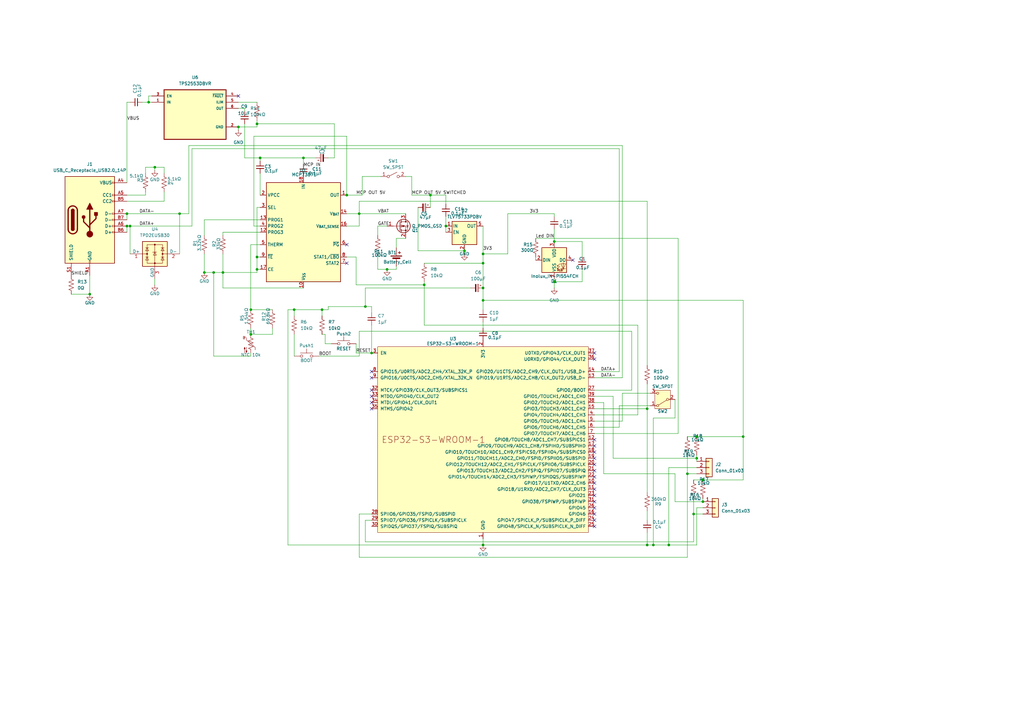
<source format=kicad_sch>
(kicad_sch (version 20250114) (generator "eeschema") (generator_version "9.0")
  (paper "A3")
  (title_block (title "ESP32 Pedal PCB") (date "2026-01-02") (rev "0.2") (comment 1 "215.9mm x 25.4mm PCB") (comment 2 "USB-C charging + programming") (comment 3 "Battery powered with voltage monitoring") (comment 4 "ESP32-S3-WROOM-1") (comment 5 "18650 Cell"))
  (lib_symbols
    (symbol "Battery_Management:MCP73871"
      (property "Reference" "U" (at -7.62 24.13 0))
      (property "Value" "MCP73871" (at -15.24 21.59 0))
      (symbol "MCP73871_1_1"
        (pin input line (at -17.78 15.24 0) (length 2.54) (name "VPCC") (number "2"))
        (pin input line (at -17.78 10.16 0) (length 2.54) (name "SEL") (number "3"))
        (pin bidirectional line (at -17.78 5.08 0) (length 2.54) (name "PROG1") (number "13"))
        (pin input line (at -17.78 2.54 0) (length 2.54) (name "PROG2") (number "4"))
        (pin bidirectional line (at -17.78 0 0) (length 2.54) (name "PROG3") (number "12"))
        (pin bidirectional line (at -17.78 -5.08 0) (length 2.54) (name "THERM") (number "5"))
        (pin input line (at -17.78 -10.16 0) (length 2.54) (name "~{TE}") (number "9"))
        (pin input line (at -17.78 -15.24 0) (length 2.54) (name "CE") (number "17"))
        (pin power_in line (at 0 22.86 270) (length 2.54) (name "IN") (number "18"))
        (pin passive line (at 0 22.86 270) (length 2.54) (hide yes) (name "IN") (number "19"))
        (pin power_in line (at 0 -22.86 90) (length 2.54) (name "V_{SS}") (number "10"))
        (pin passive line (at 0 -22.86 90) (length 2.54) (hide yes) (name "V_{SS}") (number "11"))
        (pin passive line (at 0 -22.86 90) (length 2.54) (hide yes) (name "V_{SS}") (number "21"))
        (pin power_out line (at 17.78 15.24 180) (length 2.54) (name "OUT") (number "1"))
        (pin passive line (at 17.78 15.24 180) (length 2.54) (hide yes) (name "OUT") (number "20"))
        (pin power_out line (at 17.78 7.62 180) (length 2.54) (name "V_{BAT}") (number "14"))
        (pin passive line (at 17.78 7.62 180) (length 2.54) (hide yes) (name "V_{BAT}") (number "15"))
        (pin input line (at 17.78 2.54 180) (length 2.54) (name "V_{BAT_SENSE}") (number "16"))
        (pin open_collector line (at 17.78 -5.08 180) (length 2.54) (name "~{PG}") (number "6"))
        (pin open_collector line (at 17.78 -10.16 180) (length 2.54) (name "STAT1/~{LBO}") (number "8"))
        (pin open_collector line (at 17.78 -12.7 180) (length 2.54) (name "STAT2") (number "7"))
      )
    )
    (symbol "Connector:USB_C_Receptacle_USB2.0_14P" (pin_names (offset 1.016))
      (property "Reference" "J" (at 0 22.225 0))
      (property "Value" "USB_C_Receptacle_USB2.0_14P" (at 0 19.685 0))
      (symbol "USB_C_Receptacle_USB2.0_14P_1_1"
        (pin passive line (at -7.62 -22.86 90) (length 5.08) (name "SHIELD") (number "S1"))
        (pin passive line (at 0 -22.86 90) (length 5.08) (name "GND") (number "A1"))
        (pin passive line (at 0 -22.86 90) (length 5.08) (hide yes) (name "GND") (number "A12"))
        (pin passive line (at 0 -22.86 90) (length 5.08) (hide yes) (name "GND") (number "B1"))
        (pin passive line (at 0 -22.86 90) (length 5.08) (hide yes) (name "GND") (number "B12"))
        (pin passive line (at 15.24 15.24 180) (length 5.08) (name "VBUS") (number "A4"))
        (pin passive line (at 15.24 15.24 180) (length 5.08) (hide yes) (name "VBUS") (number "A9"))
        (pin passive line (at 15.24 15.24 180) (length 5.08) (hide yes) (name "VBUS") (number "B4"))
        (pin passive line (at 15.24 15.24 180) (length 5.08) (hide yes) (name "VBUS") (number "B9"))
        (pin bidirectional line (at 15.24 10.16 180) (length 5.08) (name "CC1") (number "A5"))
        (pin bidirectional line (at 15.24 7.62 180) (length 5.08) (name "CC2") (number "B5"))
        (pin bidirectional line (at 15.24 2.54 180) (length 5.08) (name "D-") (number "A7"))
        (pin bidirectional line (at 15.24 0 180) (length 5.08) (name "D-") (number "B7"))
        (pin bidirectional line (at 15.24 -2.54 180) (length 5.08) (name "D+") (number "A6"))
        (pin bidirectional line (at 15.24 -5.08 180) (length 5.08) (name "D+") (number "B6"))
      )
    )
    (symbol "Connector_Generic:Conn_01x03" (pin_names (offset 1.016) (hide yes))
      (property "Reference" "J" (at 0 5.08 0))
      (property "Value" "Conn_01x03" (at 0 -5.08 0))
      (symbol "Conn_01x03_1_1"
        (pin passive line (at -5.08 2.54 0) (length 3.81) (name "Pin_1") (number "1"))
        (pin passive line (at -5.08 0 0) (length 3.81) (name "Pin_2") (number "2"))
        (pin passive line (at -5.08 -2.54 0) (length 3.81) (name "Pin_3") (number "3"))
      )
    )
    (symbol "Device:Battery_Cell" (pin_numbers (hide yes)) (pin_names (offset 0) (hide yes))
      (property "Reference" "BT" (at 2.54 2.54 0))
      (property "Value" "Battery_Cell" (at 2.54 0 0))
      (symbol "Battery_Cell_1_1"
        (pin passive line (at 0 5.08 270) (length 2.54) (name "+") (number "1"))
        (pin passive line (at 0 -2.54 90) (length 2.54) (name "-") (number "2"))
      )
    )
    (symbol "Device:C_Polarized_Small" (pin_numbers (hide yes)) (pin_names (offset 0.254) (hide yes))
      (property "Reference" "C" (at 0.254 1.778 0))
      (property "Value" "C_Polarized_Small" (at 0.254 -2.032 0))
      (symbol "C_Polarized_Small_1_1"
        (pin passive line (at 0 2.54 270) (length 1.8542) (name "~") (number "1"))
        (pin passive line (at 0 -2.54 90) (length 1.8542) (name "~") (number "2"))
      )
    )
    (symbol "Device:C_Small" (pin_numbers (hide yes)) (pin_names (offset 0.254) (hide yes))
      (property "Reference" "C" (at 0.254 1.778 0))
      (property "Value" "C_Small" (at 0.254 -2.032 0))
      (symbol "C_Small_1_1"
        (pin passive line (at 0 2.54 270) (length 2.032) (name "~") (number "1"))
        (pin passive line (at 0 -2.54 90) (length 2.032) (name "~") (number "2"))
      )
    )
    (symbol "Device:R_US" (pin_numbers (hide yes)) (pin_names (offset 0))
      (property "Reference" "R" (at 2.54 0 90))
      (property "Value" "R_US" (at -2.54 0 90))
      (symbol "R_US_1_1"
        (pin passive line (at 0 3.81 270) (length 1.27) (name "~") (number "1"))
        (pin passive line (at 0 -3.81 90) (length 1.27) (name "~") (number "2"))
      )
    )
    (symbol "Device:Thermistor_NTC_US" (pin_numbers (hide yes)) (pin_names (offset 0))
      (property "Reference" "TH" (at -4.445 0 90))
      (property "Value" "Thermistor_NTC_US" (at 3.175 0 90))
      (symbol "Thermistor_NTC_US_1_1"
        (pin passive line (at 0 3.81 270) (length 1.27) (name "~") (number "1"))
        (pin passive line (at 0 -3.81 90) (length 1.27) (name "~") (number "2"))
      )
    )
    (symbol "Espressif:ESP32-S3-WROOM-1" (pin_names (offset 1.016))
      (property "Reference" "U" (at -43.18 43.18 0))
      (property "Value" "ESP32-S3-WROOM-1" (at -43.18 40.64 0))
      (symbol "ESP32-S3-WROOM-1_0_0"
        (text "ESP32-S3-WROOM-1" (at -20.32 0 0) (effects (font (size 2.54 2.54))))
        (pin input line (at -45.72 35.56 0) (length 2.54) (name "EN") (number "3"))
        (pin bidirectional line (at -45.72 27.94 0) (length 2.54) (name "GPIO15/U0RTS/ADC2_CH4/XTAL_32K_P") (number "8"))
        (pin bidirectional line (at -45.72 25.4 0) (length 2.54) (name "GPIO16/U0CTS/ADC2_CH5/XTAL_32K_N") (number "9"))
        (pin bidirectional line (at -45.72 20.32 0) (length 2.54) (name "MTCK/GPIO39/CLK_OUT3/SUBSPICS1") (number "32"))
        (pin bidirectional line (at -45.72 17.78 0) (length 2.54) (name "MTDO/GPIO40/CLK_OUT2") (number "33"))
        (pin bidirectional line (at -45.72 15.24 0) (length 2.54) (name "MTDI/GPIO41/CLK_OUT1") (number "34"))
        (pin bidirectional line (at -45.72 12.7 0) (length 2.54) (name "MTMS/GPIO42") (number "35"))
        (pin bidirectional line (at -45.72 -30.48 0) (length 2.54) (name "SPIIO6/GPIO35/FSPID/SUBSPID") (number "28"))
        (pin bidirectional line (at -45.72 -33.02 0) (length 2.54) (name "SPIIO7/GPIO36/FSPICLK/SUBSPICLK") (number "29"))
        (pin bidirectional line (at -45.72 -35.56 0) (length 2.54) (name "SPIDQS/GPIO37/FSPIQ/SUBSPIQ") (number "30"))
        (pin power_in line (at 0 40.64 270) (length 2.54) (name "3V3") (number "2"))
        (pin power_in line (at 0 -40.64 90) (length 2.54) (name "GND") (number "1"))
        (pin passive line (at 0 -40.64 90) (length 2.54) (hide yes) (name "GND") (number "40"))
        (pin passive line (at 0 -40.64 90) (length 2.54) (hide yes) (name "GND") (number "41"))
        (pin bidirectional line (at 45.72 35.56 180) (length 2.54) (name "U0TXD/GPIO43/CLK_OUT1") (number "37"))
        (pin bidirectional line (at 45.72 33.02 180) (length 2.54) (name "U0RXD/GPIO44/CLK_OUT2") (number "36"))
        (pin bidirectional line (at 45.72 27.94 180) (length 2.54) (name "GPIO20/U1CTS/ADC2_CH9/CLK_OUT1/USB_D+") (number "14"))
        (pin bidirectional line (at 45.72 25.4 180) (length 2.54) (name "GPIO19/U1RTS/ADC2_CH8/CLK_OUT2/USB_D-") (number "13"))
        (pin bidirectional line (at 45.72 20.32 180) (length 2.54) (name "GPIO0/BOOT") (number "27"))
        (pin bidirectional line (at 45.72 17.78 180) (length 2.54) (name "GPIO1/TOUCH1/ADC1_CH0") (number "39"))
        (pin bidirectional line (at 45.72 15.24 180) (length 2.54) (name "GPIO2/TOUCH2/ADC1_CH1") (number "38"))
        (pin bidirectional line (at 45.72 12.7 180) (length 2.54) (name "GPIO3/TOUCH3/ADC1_CH2") (number "15"))
        (pin bidirectional line (at 45.72 10.16 180) (length 2.54) (name "GPIO4/TOUCH4/ADC1_CH3") (number "4"))
        (pin bidirectional line (at 45.72 7.62 180) (length 2.54) (name "GPIO5/TOUCH5/ADC1_CH4") (number "5"))
        (pin bidirectional line (at 45.72 5.08 180) (length 2.54) (name "GPIO6/TOUCH6/ADC1_CH5") (number "6"))
        (pin bidirectional line (at 45.72 2.54 180) (length 2.54) (name "GPIO7/TOUCH7/ADC1_CH6") (number "7"))
        (pin bidirectional line (at 45.72 0 180) (length 2.54) (name "GPIO8/TOUCH8/ADC1_CH7/SUBSPICS1") (number "12"))
        (pin bidirectional line (at 45.72 -2.54 180) (length 2.54) (name "GPIO9/TOUCH9/ADC1_CH8/FSPIHD/SUBSPIHD") (number "17"))
        (pin bidirectional line (at 45.72 -5.08 180) (length 2.54) (name "GPIO10/TOUCH10/ADC1_CH9/FSPICS0/FSPIIO4/SUBSPICS0") (number "18"))
        (pin bidirectional line (at 45.72 -7.62 180) (length 2.54) (name "GPIO11/TOUCH11/ADC2_CH0/FSPID/FSPIIO5/SUBSPID") (number "19"))
        (pin bidirectional line (at 45.72 -10.16 180) (length 2.54) (name "GPIO12/TOUCH12/ADC2_CH1/FSPICLK/FSPIIO6/SUBSPICLK") (number "20"))
        (pin bidirectional line (at 45.72 -12.7 180) (length 2.54) (name "GPIO13/TOUCH13/ADC2_CH2/FSPIQ/FSPIIO7/SUBSPIQ") (number "21"))
        (pin bidirectional line (at 45.72 -15.24 180) (length 2.54) (name "GPIO14/TOUCH14/ADC2_CH3/FSPIWP/FSPIDQS/SUBSPIWP") (number "22"))
        (pin bidirectional line (at 45.72 -17.78 180) (length 2.54) (name "GPIO17/U1TXD/ADC2_CH6") (number "10"))
        (pin bidirectional line (at 45.72 -20.32 180) (length 2.54) (name "GPIO18/U1RXD/ADC2_CH7/CLK_OUT3") (number "11"))
        (pin bidirectional line (at 45.72 -22.86 180) (length 2.54) (name "GPIO21") (number "23"))
        (pin bidirectional line (at 45.72 -25.4 180) (length 2.54) (name "GPIO38/FSPIWP/SUBSPIWP") (number "31"))
        (pin bidirectional line (at 45.72 -27.94 180) (length 2.54) (name "GPIO45") (number "26"))
        (pin bidirectional line (at 45.72 -30.48 180) (length 2.54) (name "GPIO46") (number "16"))
        (pin bidirectional line (at 45.72 -33.02 180) (length 2.54) (name "GPIO47/SPICLK_P/SUBSPICLK_P_DIFF") (number "24"))
        (pin bidirectional line (at 45.72 -35.56 180) (length 2.54) (name "GPIO48/SPICLK_N/SUBSPICLK_N_DIFF") (number "25"))
      )
    )
    (symbol "LED:Inolux_IN-PI554FCH" (pin_names (offset 0.254))
      (property "Reference" "D" (at 5.08 5.715 0))
      (property "Value" "Inolux_IN-PI554FCH" (at 1.27 -5.715 0))
      (symbol "Inolux_IN-PI554FCH_0_0"
        (text "RGB" (at 2.286 -4.191 0) (effects (font (size 0.762 0.762))))
      )
      (symbol "Inolux_IN-PI554FCH_1_1"
        (pin input line (at -7.62 0 0) (length 2.54) (name "DIN") (number "2"))
        (pin power_in line (at 0 7.62 270) (length 2.54) (name "VDD") (number "3"))
        (pin power_in line (at 0 -7.62 90) (length 2.54) (name "VSS") (number "1"))
        (pin output line (at 7.62 0 180) (length 2.54) (name "DO") (number "4"))
      )
    )
    (symbol "Power_Protection:TPD2EUSB30" (pin_names (offset 0))
      (property "Reference" "U" (at 0 6.35 0))
      (property "Value" "TPD2EUSB30" (at 7.62 -7.62 0))
      (symbol "TPD2EUSB30_1_1"
        (pin passive line (at -10.16 0 0) (length 5.08) (name "D+") (number "1"))
        (pin passive line (at 0 -10.16 90) (length 5.08) (name "GND") (number "3"))
        (pin passive line (at 10.16 0 180) (length 5.08) (name "D-") (number "2"))
      )
    )
    (symbol "Regulator_Linear:TLV75733PDBV" (pin_names (offset 0.254))
      (property "Reference" "U" (at -3.81 5.715 0))
      (property "Value" "TLV75733PDBV" (at 0 5.715 0))
      (symbol "TLV75733PDBV_1_1"
        (pin power_in line (at -7.62 2.54 0) (length 2.54) (name "IN") (number "1"))
        (pin input line (at -7.62 0 0) (length 2.54) (name "EN") (number "3"))
        (pin power_in line (at 0 -7.62 90) (length 2.54) (name "GND") (number "2"))
        (pin no_connect line (at 5.08 0 180) (length 2.54) (hide yes) (name "NC") (number "4"))
        (pin power_out line (at 7.62 2.54 180) (length 2.54) (name "OUT") (number "5"))
      )
    )
    (symbol "Switch:SW_Push" (pin_numbers (hide yes)) (pin_names (offset 1.016) (hide yes))
      (property "Reference" "SW" (at 1.27 2.54 0))
      (property "Value" "SW_Push" (at 0 -1.524 0))
      (symbol "SW_Push_0_1"
        (pin passive line (at -5.08 0 0) (length 2.54) (name "1") (number "1"))
        (pin passive line (at 5.08 0 180) (length 2.54) (name "2") (number "2"))
      )
    )
    (symbol "Switch:SW_SPDT" (pin_names (offset 0) (hide yes))
      (property "Reference" "SW" (at 0 5.08 0))
      (property "Value" "SW_SPDT" (at 0 -5.08 0))
      (symbol "SW_SPDT_1_1"
        (pin passive line (at -5.08 0 0) (length 2.54) (name "B") (number "2"))
        (pin passive line (at 5.08 2.54 180) (length 2.54) (name "A") (number "1"))
        (pin passive line (at 5.08 -2.54 180) (length 2.54) (name "C") (number "3"))
      )
    )
    (symbol "Switch:SW_SPST" (pin_names (offset 0) (hide yes))
      (property "Reference" "SW" (at 0 3.175 0))
      (property "Value" "SW_SPST" (at 0 -2.54 0))
      (symbol "SW_SPST_1_1"
        (pin passive line (at -5.08 0 0) (length 2.54) (name "A") (number "1"))
        (pin passive line (at 5.08 0 180) (length 2.54) (name "B") (number "2"))
      )
    )
    (symbol "TPS2553:TPS2553DBVR" (pin_names (offset 1.016))
      (property "Reference" "U" (at -12.7 11.16 0))
      (property "Value" "TPS2553DBVR" (at -12.7 -14.16 0))
      (symbol "TPS2553DBVR_0_0"
        (pin input line (at -17.78 7.62 0) (length 5.08) (name "EN") (number "3"))
        (pin input line (at -17.78 5.08 0) (length 5.08) (name "IN") (number "1"))
        (pin output line (at 17.78 7.62 180) (length 5.08) (name "~{FAULT}") (number "4"))
        (pin output line (at 17.78 5.08 180) (length 5.08) (name "ILIM") (number "5"))
        (pin output line (at 17.78 2.54 180) (length 5.08) (name "OUT") (number "6"))
        (pin power_in line (at 17.78 -5.08 180) (length 5.08) (name "GND") (number "2"))
      )
    )
    (symbol "Transistor_FET:Q_PMOS_GSD" (pin_names (offset 0) (hide yes))
      (property "Reference" "Q" (at 5.08 1.905 0))
      (property "Value" "Q_PMOS_GSD" (at 5.08 0 0))
      (symbol "Q_PMOS_GSD_1_1"
        (pin input line (at -5.08 0 0) (length 2.54) (name "G") (number "1"))
        (pin passive line (at 2.54 5.08 270) (length 2.54) (name "D") (number "3"))
        (pin passive line (at 2.54 -5.08 90) (length 2.54) (name "S") (number "2"))
      )
    )
    (symbol "power:GND" (power) (pin_numbers (hide yes)) (pin_names (offset 0) (hide yes))
      (property "Value" "GND" (at 0 -3.81 0))
      (symbol "GND_1_1"
        (pin power_in line (at 0 0 270) (length 0) (name "~") (number "1"))
      )
    )
  )
  (junction (at 158.75 110.49))
  (junction (at 87.63 111.76))
  (junction (at 198.12 118.11))
  (junction (at 152.4 144.78))
  (junction (at 281.94 194.31))
  (junction (at 198.12 123.19))
  (junction (at 142.24 80.01))
  (junction (at 288.29 205.74))
  (junction (at 284.48 210.82))
  (junction (at 198.12 107.95))
  (junction (at 124.46 64.77))
  (junction (at 274.32 223.52))
  (junction (at 102.87 137.16))
  (junction (at 120.65 127))
  (junction (at 267.97 223.52))
  (junction (at 173.99 116.84))
  (junction (at 182.88 92.71))
  (junction (at 227.33 115.57))
  (junction (at 105.41 50.8))
  (junction (at 176.53 80.01))
  (junction (at 91.44 111.76))
  (junction (at 97.79 52.07))
  (junction (at 227.33 99.06))
  (junction (at 147.32 87.63))
  (junction (at 265.43 223.52))
  (junction (at 106.68 64.77))
  (junction (at 198.12 104.14))
  (junction (at 285.75 187.96))
  (junction (at 83.82 111.76))
  (junction (at 105.41 110.49))
  (junction (at 73.66 87.63))
  (junction (at 63.5 68.58))
  (junction (at 52.07 92.71))
  (junction (at 198.12 223.52))
  (junction (at 190.5 102.87))
  (junction (at 53.34 92.71))
  (junction (at 52.07 87.63))
  (junction (at 149.86 125.73))
  (junction (at 102.87 127))
  (junction (at 265.43 167.64))
  (junction (at 60.96 41.91))
  (junction (at 105.41 105.41))
  (junction (at 132.08 127))
  (junction (at 304.8 179.07))
  (junction (at 36.83 120.65))
  (junction (at 285.75 179.07))
  (junction (at 288.29 196.85))
  (no_connect (at 243.84 190.5))
  (no_connect (at 243.84 203.2))
  (no_connect (at 234.95 106.68))
  (no_connect (at 142.24 100.33))
  (no_connect (at 243.84 210.82))
  (no_connect (at 152.4 165.1))
  (no_connect (at 243.84 195.58))
  (no_connect (at 243.84 180.34))
  (no_connect (at 97.79 39.37))
  (no_connect (at 243.84 182.88))
  (no_connect (at 243.84 147.32))
  (no_connect (at 152.4 160.02))
  (no_connect (at 243.84 198.12))
  (no_connect (at 243.84 193.04))
  (no_connect (at 152.4 162.56))
  (no_connect (at 243.84 213.36))
  (no_connect (at 243.84 187.96))
  (no_connect (at 152.4 152.4))
  (no_connect (at 152.4 167.64))
  (no_connect (at 243.84 200.66))
  (no_connect (at 243.84 208.28))
  (no_connect (at 243.84 205.74))
  (no_connect (at 243.84 144.78))
  (no_connect (at 142.24 107.95))
  (no_connect (at 243.84 185.42))
  (no_connect (at 152.4 154.94))
  (no_connect (at 243.84 215.9))
  (wire (pts (xy 134.62 125.73) (xy 134.62 127)))
  (wire (pts (xy 63.5 68.58) (xy 67.31 68.58)))
  (wire (pts (xy 158.75 110.49) (xy 162.56 110.49)))
  (wire (pts (xy 276.86 194.31) (xy 247.65 194.31)))
  (wire (pts (xy 91.44 95.25) (xy 91.44 96.52)))
  (wire (pts (xy 255.27 172.72) (xy 243.84 172.72)))
  (wire (pts (xy 111.76 127) (xy 102.87 127)))
  (wire (pts (xy 152.4 133.35) (xy 152.4 144.78)))
  (wire (pts (xy 83.82 90.17) (xy 83.82 96.52)))
  (wire (pts (xy 285.75 187.96) (xy 285.75 189.23)))
  (wire (pts (xy 198.12 104.14) (xy 198.12 107.95)))
  (wire (pts (xy 219.71 106.68) (xy 219.71 105.41)))
  (wire (pts (xy 247.65 165.1) (xy 243.84 165.1)))
  (wire (pts (xy 227.33 87.63) (xy 208.28 87.63)))
  (wire (pts (xy 265.43 209.55) (xy 265.43 213.36)))
  (wire (pts (xy 147.32 92.71) (xy 142.24 92.71)))
  (wire (pts (xy 198.12 132.08) (xy 198.12 134.62)))
  (wire (pts (xy 171.45 102.87) (xy 190.5 102.87)))
  (wire (pts (xy 288.29 208.28) (xy 285.75 208.28)))
  (wire (pts (xy 137.16 64.77) (xy 134.62 64.77)))
  (wire (pts (xy 173.99 116.84) (xy 173.99 115.57)))
  (wire (pts (xy 102.87 100.33) (xy 102.87 127)))
  (wire (pts (xy 208.28 104.14) (xy 198.12 104.14)))
  (wire (pts (xy 147.32 82.55) (xy 265.43 82.55)))
  (wire (pts (xy 227.33 115.57) (xy 238.76 115.57)))
  (wire (pts (xy 91.44 95.25) (xy 106.68 95.25)))
  (wire (pts (xy 176.53 80.01) (xy 176.53 85.09)))
  (wire (pts (xy 59.69 68.58) (xy 59.69 71.12)))
  (wire (pts (xy 73.66 87.63) (xy 77.47 87.63)))
  (wire (pts (xy 238.76 110.49) (xy 238.76 115.57)))
  (wire (pts (xy 238.76 99.06) (xy 238.76 105.41)))
  (wire (pts (xy 147.32 87.63) (xy 147.32 92.71)))
  (wire (pts (xy 274.32 191.77) (xy 274.32 223.52)))
  (wire (pts (xy 149.86 125.73) (xy 152.4 125.73)))
  (wire (pts (xy 134.62 125.73) (xy 149.86 125.73)))
  (wire (pts (xy 162.56 97.79) (xy 166.37 97.79)))
  (wire (pts (xy 147.32 210.82) (xy 147.32 228.6)))
  (wire (pts (xy 267.97 171.45) (xy 267.97 223.52)))
  (wire (pts (xy 261.62 170.18) (xy 243.84 170.18)))
  (wire (pts (xy 255.27 59.69) (xy 255.27 154.94)))
  (wire (pts (xy 105.41 85.09) (xy 105.41 105.41)))
  (wire (pts (xy 267.97 171.45) (xy 276.86 171.45)))
  (wire (pts (xy 52.07 82.55) (xy 67.31 82.55)))
  (wire (pts (xy 149.86 222.25) (xy 149.86 213.36)))
  (wire (pts (xy 285.75 179.07) (xy 304.8 179.07)))
  (wire (pts (xy 104.14 92.71) (xy 106.68 92.71)))
  (wire (pts (xy 149.86 213.36) (xy 152.4 213.36)))
  (wire (pts (xy 243.84 177.8) (xy 278.13 177.8)))
  (wire (pts (xy 102.87 137.16) (xy 111.76 137.16)))
  (wire (pts (xy 304.8 196.85) (xy 304.8 179.07)))
  (wire (pts (xy 104.14 92.71) (xy 104.14 55.88)))
  (wire (pts (xy 146.05 116.84) (xy 173.99 116.84)))
  (wire (pts (xy 100.33 64.77) (xy 106.68 64.77)))
  (wire (pts (xy 102.87 134.62) (xy 102.87 137.16)))
  (wire (pts (xy 251.46 162.56) (xy 243.84 162.56)))
  (wire (pts (xy 129.54 64.77) (xy 124.46 64.77)))
  (wire (pts (xy 87.63 111.76) (xy 91.44 111.76)))
  (wire (pts (xy 149.86 118.11) (xy 193.04 118.11)))
  (wire (pts (xy 285.75 191.77) (xy 274.32 191.77)))
  (wire (pts (xy 147.32 87.63) (xy 166.37 87.63)))
  (wire (pts (xy 91.44 104.14) (xy 91.44 111.76)))
  (wire (pts (xy 173.99 107.95) (xy 198.12 107.95)))
  (wire (pts (xy 162.56 109.22) (xy 162.56 110.49)))
  (wire (pts (xy 29.21 120.65) (xy 36.83 120.65)))
  (wire (pts (xy 243.84 154.94) (xy 255.27 154.94)))
  (wire (pts (xy 265.43 218.44) (xy 265.43 223.52)))
  (wire (pts (xy 284.48 222.25) (xy 284.48 210.82)))
  (wire (pts (xy 173.99 116.84) (xy 173.99 133.35)))
  (wire (pts (xy 148.59 72.39) (xy 156.21 72.39)))
  (wire (pts (xy 104.14 55.88) (xy 142.24 55.88)))
  (wire (pts (xy 265.43 167.64) (xy 265.43 157.48)))
  (wire (pts (xy 147.32 135.89) (xy 259.08 135.89)))
  (wire (pts (xy 60.96 39.37) (xy 60.96 41.91)))
  (wire (pts (xy 100.33 44.45) (xy 100.33 45.72)))
  (wire (pts (xy 36.83 113.03) (xy 36.83 120.65)))
  (wire (pts (xy 142.24 55.88) (xy 142.24 80.01)))
  (wire (pts (xy 52.07 80.01) (xy 59.69 80.01)))
  (wire (pts (xy 166.37 72.39) (xy 168.91 72.39)))
  (wire (pts (xy 58.42 41.91) (xy 60.96 41.91)))
  (wire (pts (xy 227.33 99.06) (xy 227.33 93.98)))
  (wire (pts (xy 304.8 123.19) (xy 304.8 179.07)))
  (wire (pts (xy 255.27 161.29) (xy 255.27 172.72)))
  (wire (pts (xy 254 60.96) (xy 254 152.4)))
  (wire (pts (xy 227.33 118.11) (xy 227.33 115.57)))
  (wire (pts (xy 247.65 194.31) (xy 247.65 165.1)))
  (wire (pts (xy 91.44 118.11) (xy 91.44 111.76)))
  (wire (pts (xy 198.12 92.71) (xy 198.12 104.14)))
  (wire (pts (xy 77.47 59.69) (xy 255.27 59.69)))
  (wire (pts (xy 281.94 194.31) (xy 285.75 194.31)))
  (wire (pts (xy 254 175.26) (xy 254 166.37)))
  (wire (pts (xy 243.84 167.64) (xy 265.43 167.64)))
  (wire (pts (xy 276.86 163.83) (xy 276.86 171.45)))
  (wire (pts (xy 124.46 64.77) (xy 124.46 67.31)))
  (wire (pts (xy 106.68 64.77) (xy 124.46 64.77)))
  (wire (pts (xy 142.24 80.01) (xy 148.59 80.01)))
  (wire (pts (xy 227.33 115.57) (xy 227.33 114.3)))
  (wire (pts (xy 265.43 201.93) (xy 265.43 167.64)))
  (wire (pts (xy 137.16 50.8) (xy 105.41 50.8)))
  (wire (pts (xy 147.32 146.05) (xy 147.32 135.89)))
  (wire (pts (xy 281.94 228.6) (xy 147.32 228.6)))
  (wire (pts (xy 87.63 146.05) (xy 87.63 111.76)))
  (wire (pts (xy 52.07 87.63) (xy 52.07 90.17)))
  (wire (pts (xy 278.13 97.79) (xy 278.13 177.8)))
  (wire (pts (xy 149.86 118.11) (xy 149.86 125.73)))
  (wire (pts (xy 251.46 162.56) (xy 251.46 187.96)))
  (wire (pts (xy 182.88 80.01) (xy 182.88 83.6844)))
  (wire (pts (xy 288.29 205.74) (xy 276.86 205.74)))
  (wire (pts (xy 198.12 123.19) (xy 304.8 123.19)))
  (wire (pts (xy 162.56 97.79) (xy 162.56 101.6)))
  (wire (pts (xy 176.53 80.01) (xy 182.88 80.01)))
  (wire (pts (xy 120.65 127) (xy 132.08 127)))
  (wire (pts (xy 133.35 137.16) (xy 133.35 140.97)))
  (wire (pts (xy 52.07 74.93) (xy 52.07 41.91)))
  (wire (pts (xy 154.94 92.71) (xy 158.75 92.71)))
  (wire (pts (xy 63.5 68.58) (xy 63.5 69.85)))
  (wire (pts (xy 198.12 223.52) (xy 198.12 220.98)))
  (wire (pts (xy 102.87 146.05) (xy 102.87 144.78)))
  (wire (pts (xy 132.08 129.54) (xy 132.08 127)))
  (wire (pts (xy 254 152.4) (xy 243.84 152.4)))
  (wire (pts (xy 259.08 135.89) (xy 259.08 160.02)))
  (wire (pts (xy 97.79 41.91) (xy 105.41 41.91)))
  (wire (pts (xy 288.29 205.74) (xy 288.29 204.47)))
  (wire (pts (xy 53.34 92.71) (xy 53.34 104.14)))
  (wire (pts (xy 265.43 149.86) (xy 265.43 82.55)))
  (wire (pts (xy 102.87 100.33) (xy 106.68 100.33)))
  (wire (pts (xy 281.94 194.31) (xy 281.94 228.6)))
  (wire (pts (xy 120.65 127) (xy 120.65 129.54)))
  (wire (pts (xy 190.5 104.14) (xy 190.5 102.87)))
  (wire (pts (xy 78.74 92.71) (xy 78.74 60.96)))
  (wire (pts (xy 168.91 72.39) (xy 168.91 80.01)))
  (wire (pts (xy 243.84 160.02) (xy 259.08 160.02)))
  (wire (pts (xy 106.68 66.04) (xy 106.68 64.77)))
  (wire (pts (xy 62.23 39.37) (xy 60.96 39.37)))
  (wire (pts (xy 132.08 127) (xy 134.62 127)))
  (wire (pts (xy 284.48 196.85) (xy 288.29 196.85)))
  (wire (pts (xy 147.32 210.82) (xy 152.4 210.82)))
  (wire (pts (xy 91.44 111.76) (xy 105.41 111.76)))
  (wire (pts (xy 227.33 88.9) (xy 227.33 87.63)))
  (wire (pts (xy 284.48 210.82) (xy 288.29 210.82)))
  (wire (pts (xy 106.68 71.12) (xy 106.68 80.01)))
  (wire (pts (xy 67.31 68.58) (xy 67.31 71.12)))
  (wire (pts (xy 118.11 127) (xy 120.65 127)))
  (wire (pts (xy 146.05 140.97) (xy 146.05 144.78)))
  (wire (pts (xy 284.48 204.47) (xy 284.48 210.82)))
  (wire (pts (xy 182.88 88.7644) (xy 182.88 92.71)))
  (wire (pts (xy 261.62 170.18) (xy 261.62 133.35)))
  (wire (pts (xy 243.84 175.26) (xy 254 175.26)))
  (wire (pts (xy 52.07 92.71) (xy 52.07 95.25)))
  (wire (pts (xy 219.71 97.79) (xy 278.13 97.79)))
  (wire (pts (xy 198.12 118.11) (xy 198.12 123.19)))
  (wire (pts (xy 288.29 196.85) (xy 304.8 196.85)))
  (wire (pts (xy 154.94 104.14) (xy 154.94 110.49)))
  (wire (pts (xy 227.33 99.06) (xy 238.76 99.06)))
  (wire (pts (xy 118.11 127) (xy 118.11 223.52)))
  (wire (pts (xy 105.41 50.8) (xy 105.41 52.07)))
  (wire (pts (xy 83.82 111.76) (xy 87.63 111.76)))
  (wire (pts (xy 281.94 186.69) (xy 281.94 194.31)))
  (wire (pts (xy 265.43 223.52) (xy 267.97 223.52)))
  (wire (pts (xy 63.5 114.3) (xy 63.5 116.84)))
  (wire (pts (xy 146.05 105.41) (xy 146.05 116.84)))
  (wire (pts (xy 152.4 125.73) (xy 152.4 128.27)))
  (wire (pts (xy 281.94 179.07) (xy 285.75 179.07)))
  (wire (pts (xy 105.41 49.53) (xy 105.41 50.8)))
  (wire (pts (xy 154.94 110.49) (xy 158.75 110.49)))
  (wire (pts (xy 102.87 146.05) (xy 87.63 146.05)))
  (wire (pts (xy 198.12 123.19) (xy 198.12 127)))
  (wire (pts (xy 83.82 104.14) (xy 83.82 111.76)))
  (wire (pts (xy 285.75 187.96) (xy 251.46 187.96)))
  (wire (pts (xy 63.5 68.58) (xy 59.69 68.58)))
  (wire (pts (xy 105.41 52.07) (xy 97.79 52.07)))
  (wire (pts (xy 59.69 80.01) (xy 59.69 78.74)))
  (wire (pts (xy 154.94 96.52) (xy 154.94 92.71)))
  (wire (pts (xy 137.16 64.77) (xy 137.16 50.8)))
  (wire (pts (xy 100.33 44.45) (xy 97.79 44.45)))
  (wire (pts (xy 285.75 186.69) (xy 285.75 187.96)))
  (wire (pts (xy 266.7 166.37) (xy 254 166.37)))
  (wire (pts (xy 111.76 137.16) (xy 111.76 134.62)))
  (wire (pts (xy 100.33 50.8) (xy 100.33 64.77)))
  (wire (pts (xy 97.79 53.34) (xy 97.79 52.07)))
  (wire (pts (xy 149.86 222.25) (xy 284.48 222.25)))
  (wire (pts (xy 267.97 223.52) (xy 274.32 223.52)))
  (wire (pts (xy 133.35 140.97) (xy 135.89 140.97)))
  (wire (pts (xy 53.34 92.71) (xy 78.74 92.71)))
  (wire (pts (xy 173.99 133.35) (xy 261.62 133.35)))
  (wire (pts (xy 142.24 87.63) (xy 147.32 87.63)))
  (wire (pts (xy 285.75 208.28) (xy 285.75 223.52)))
  (wire (pts (xy 198.12 107.95) (xy 198.12 118.11)))
  (wire (pts (xy 255.27 161.29) (xy 266.7 161.29)))
  (wire (pts (xy 171.45 85.09) (xy 171.45 102.87)))
  (wire (pts (xy 120.65 137.16) (xy 120.65 146.05)))
  (wire (pts (xy 276.86 194.31) (xy 276.86 205.74)))
  (wire (pts (xy 168.91 80.01) (xy 176.53 80.01)))
  (wire (pts (xy 77.47 87.63) (xy 77.47 59.69)))
  (wire (pts (xy 105.41 105.41) (xy 105.41 110.49)))
  (wire (pts (xy 52.07 92.71) (xy 53.34 92.71)))
  (wire (pts (xy 83.82 90.17) (xy 106.68 90.17)))
  (wire (pts (xy 147.32 82.55) (xy 147.32 87.63)))
  (wire (pts (xy 146.05 144.78) (xy 152.4 144.78)))
  (wire (pts (xy 105.41 105.41) (xy 106.68 105.41)))
  (wire (pts (xy 142.24 105.41) (xy 146.05 105.41)))
  (wire (pts (xy 133.35 137.16) (xy 132.08 137.16)))
  (wire (pts (xy 105.41 110.49) (xy 105.41 111.76)))
  (wire (pts (xy 148.59 80.01) (xy 148.59 72.39)))
  (wire (pts (xy 60.96 41.91) (xy 62.23 41.91)))
  (wire (pts (xy 198.12 223.52) (xy 118.11 223.52)))
  (wire (pts (xy 182.88 92.71) (xy 182.88 95.25)))
  (wire (pts (xy 52.07 87.63) (xy 73.66 87.63)))
  (wire (pts (xy 73.66 87.63) (xy 73.66 104.14)))
  (wire (pts (xy 130.81 146.05) (xy 147.32 146.05)))
  (wire (pts (xy 208.28 87.63) (xy 208.28 104.14)))
  (wire (pts (xy 105.41 110.49) (xy 106.68 110.49)))
  (wire (pts (xy 67.31 82.55) (xy 67.31 78.74)))
  (wire (pts (xy 78.74 60.96) (xy 254 60.96)))
  (wire (pts (xy 274.32 223.52) (xy 285.75 223.52)))
  (wire (pts (xy 91.44 118.11) (xy 124.46 118.11)))
  (wire (pts (xy 198.12 223.52) (xy 265.43 223.52)))
  (wire (pts (xy 52.07 41.91) (xy 53.34 41.91)))
  (wire (pts (xy 106.68 85.09) (xy 105.41 85.09)))
  (label "3V3" (at 217.17 87.63 0))
  (label "RESET" (at 146.05 144.78 0))
  (label "DATA+" (at 57.15 92.71 0))
  (label "MCP IN" (at 124.46 68.58 0))
  (label "3V3" (at 198.12 102.87 0))
  (label "DATA-" (at 246.38 154.94 0))
  (label "GATE" (at 154.94 92.71 0))
  (label "BOOT" (at 130.81 146.05 0))
  (label "VBAT" (at 154.94 87.63 0))
  (label "DATA-" (at 57.15 87.63 0))
  (label "MCP OUT 5V SWITCHED" (at 168.91 80.01 0))
  (label "SHIELD" (at 29.21 113.03 0))
  (label "MCP OUT 5V" (at 146.05 80.01 0))
  (label "DATA+" (at 246.38 152.4 0))
  (label "Led DIN" (at 219.71 97.79 0))
  (label "VBUS" (at 52.07 49.53 0))
  (symbol (lib_id "Device:C_Small") (at 124.46 69.85 0) (unit 1)
    (property "Reference" "C11" (at 128.016 69.342 0) (effects (justify left)))
    (property "Value" "0.1µF" (at 126.492 71.12 0) (effects (justify left)))
    (property "Footprint" "Capacitor_SMD:C_0603_1608Metric" (effects (hide yes)))
    (property "Description" "Unpolarized capacitor, small symbol" (effects (hide yes)))
  )
  (symbol (lib_id "Device:R_US") (at 83.82 100.33 0) (unit 1)
    (property "Reference" "R1" (at 80.01 101.092 90) (effects (justify left)))
    (property "Value" "3.32kΩ" (at 81.788 103.124 90) (effects (justify left)))
    (property "Footprint" "Resistor_SMD:R_0603_1608Metric" (effects (hide yes)))
    (property "Description" "Resistor, US symbol" (effects (hide yes)))
  )
  (symbol (lib_id "Power_Protection:TPD2EUSB30") (at 63.5 104.14 0) (unit 1)
    (property "Reference" "U4" (at 63.5 93.98 0))
    (property "Value" "TPD2EUSB30" (at 63.5 96.52 0))
    (property "Footprint" "Package_TO_SOT_SMD:Texas_DRT-3" (effects (hide yes)))
    (property "Datasheet" "http://www.ti.com/lit/ds/symlink/tpd2eusb30a.pdf" (effects (hide yes)))
    (property "Description" "2-Channel ESD Protection for Super-Speed USB 3.0 Interface, DRT-3" (effects (hide yes)))
  )
  (symbol (lib_id "Device:R_US") (at 281.94 182.88 0) (unit 1)
    (property "Reference" "R19" (at 280.416 185.166 0) (effects (justify left)))
    (property "Value" "10kΩ" (at 279.908 186.69 0) (effects (justify left)))
    (property "Footprint" "Resistor_SMD:R_0603_1608Metric" (effects (hide yes)))
    (property "Description" "Resistor, US symbol" (effects (hide yes)))
  )
  (symbol (lib_id "Connector_Generic:Conn_01x03") (at 293.37 208.28 0) (unit 1)
    (property "Reference" "J3" (at 295.91 207.0099 0) (effects (justify left)))
    (property "Value" "Conn_01x03" (at 295.91 209.5499 0) (effects (justify left)))
    (property "Footprint" "Connector_Wire:SolderWire-0.1sqmm_1x03_P3.6mm_D0.4mm_OD1mm" (effects (hide yes)))
    (property "Description" "Generic connector, single row, 01x03, script generated (kicad-library-utils/schlib/autogen/connector/)" (effects (hide yes)))
  )
  (symbol (lib_id "Device:C_Small") (at 265.43 215.9 180) (unit 1)
    (property "Reference" "C4" (at 271.272 216.154 0) (effects (justify left)))
    (property "Value" "0.1µF" (at 273.304 214.122 0) (effects (justify left)))
    (property "Footprint" "Capacitor_SMD:C_0603_1608Metric" (effects (hide yes)))
    (property "Description" "Unpolarized capacitor, small symbol" (effects (hide yes)))
  )
  (symbol (lib_id "Switch:SW_SPDT") (at 271.78 163.83 180) (unit 1)
    (property "Reference" "SW2" (at 271.78 168.656 0))
    (property "Value" "SW_SPDT" (at 271.78 158.496 0))
    (property "Footprint" "Connector_Wire:SolderWire-0.1sqmm_1x03_P3.6mm_D0.4mm_OD1mm" (effects (hide yes)))
    (property "Description" "Switch, single pole double throw" (effects (hide yes)))
  )
  (symbol (lib_id "TPS2553:TPS2553DBVR") (at 80.01 46.99 0) (unit 1)
    (property "Reference" "U6" (at 80.01 31.75 0))
    (property "Value" "TPS2553DBVR" (at 80.01 34.29 0))
    (property "Footprint" "TPS2553DBVR:SOT95P280X145-6N" (effects (hide yes)))
    (property "MF" "Texas Instruments" (effects (hide yes)))
    (property "Description_1" "0.075-1.7A adj. ILIMIT,  2.5-6.5V, 85mΩ USB power switch, active-high, reverse blocking" (effects (hide yes)))
    (property "Package" "SOT-23-6 Texas Instruments" (effects (hide yes)))
    (property "Price" "None" (effects (hide yes)))
    (property "SnapEDA_Link" "https://www.snapeda.com/parts/TPS2553DBVR/Texas+Instruments/view-part/?ref=snap" (effects (hide yes)))
    (property "MP" "TPS2553DBVR" (effects (hide yes)))
    (property "Purchase-URL" "https://www.snapeda.com/api/url_track_click_mouser/?unipart_id=375197&manufacturer=Texas Instruments&part_name=TPS2553DBVR&search_term=tps2553" (effects (hide yes)))
    (property "Availability" "In Stock" (effects (hide yes)))
    (property "Check_prices" "https://www.snapeda.com/parts/TPS2553DBVR/Texas+Instruments/view-part/?ref=eda" (effects (hide yes)))
  )
  (symbol (lib_id "Device:R_US") (at 91.44 100.33 0) (unit 1)
    (property "Reference" "R2" (at 87.884 101.346 90) (effects (justify left)))
    (property "Value" "33kΩ" (at 89.662 102.616 90) (effects (justify left)))
    (property "Footprint" "Resistor_SMD:R_0603_1608Metric" (effects (hide yes)))
    (property "Description" "Resistor, US symbol" (effects (hide yes)))
  )
  (symbol (lib_id "Device:R_US") (at 59.69 74.93 0) (unit 1)
    (property "Reference" "R3" (at 56.134 73.914 0) (effects (justify left)))
    (property "Value" "5.1kΩ" (at 53.086 72.136 0) (effects (justify left)))
    (property "Footprint" "Resistor_SMD:R_0603_1608Metric" (effects (hide yes)))
    (property "Description" "Resistor, US symbol" (effects (hide yes)))
  )
  (symbol (lib_id "Device:C_Small") (at 152.4 130.81 0) (unit 1)
    (property "Reference" "C7" (at 154.94 129.5462 0) (effects (justify left)))
    (property "Value" "1µF" (at 154.94 132.0862 0) (effects (justify left)))
    (property "Footprint" "Capacitor_SMD:C_0603_1608Metric" (effects (hide yes)))
    (property "Description" "Unpolarized capacitor, small symbol" (effects (hide yes)))
  )
  (symbol (lib_id "Device:C_Small") (at 198.12 137.16 0) (unit 1)
    (property "Reference" "C8" (at 201.676 136.652 0) (effects (justify left)))
    (property "Value" "0.1µF" (at 200.152 138.43 0) (effects (justify left)))
    (property "Footprint" "Capacitor_SMD:C_0603_1608Metric" (effects (hide yes)))
    (property "Description" "Unpolarized capacitor, small symbol" (effects (hide yes)))
  )
  (symbol (lib_id "Device:C_Small") (at 198.12 129.54 0) (unit 1)
    (property "Reference" "C10" (at 200.66 128.2762 0) (effects (justify left)))
    (property "Value" "1µF" (at 200.66 130.8162 0) (effects (justify left)))
    (property "Footprint" "Capacitor_SMD:C_0603_1608Metric" (effects (hide yes)))
    (property "Description" "Unpolarized capacitor, small symbol" (effects (hide yes)))
  )
  (symbol (lib_id "Espressif:ESP32-S3-WROOM-1") (at 198.12 180.34 0) (unit 1)
    (property "Reference" "U3" (at 184.404 138.938 0) (effects (justify left)))
    (property "Value" "ESP32-S3-WROOM-1" (at 175.006 140.97 0) (effects (justify left)))
    (property "Footprint" "RF_Module:ESP32-S3-WROOM-1" (effects (hide yes)))
    (property "Datasheet" "https://www.espressif.com/sites/default/files/documentation/esp32-s3-wroom-1_wroom-1u_datasheet_en.pdf" (effects (hide yes)))
    (property "Description" "2.4 GHz WiFi (802.11 b/g/n) and Bluetooth ® 5 (LE) module Built around ESP32S3 series of SoCs, Xtensa ® dualcore 32bit LX7 microprocessor Flash up to 16 MB, PSRAM up to 8 MB 36 GPIOs, rich set of peripherals Onboard PCB antenna" (effects (hide yes)))
  )
  (symbol (lib_id "Device:R_US") (at 120.65 133.35 0) (unit 1)
    (property "Reference" "R6" (at 123.19 132.0799 0) (effects (justify left)))
    (property "Value" "10kΩ" (at 123.19 134.6199 0) (effects (justify left)))
    (property "Footprint" "Resistor_SMD:R_0603_1608Metric" (effects (hide yes)))
    (property "Description" "Resistor, US symbol" (effects (hide yes)))
  )
  (symbol (lib_id "Device:R_US") (at 111.76 130.81 0) (unit 1)
    (property "Reference" "R12" (at 108.204 131.826 90) (effects (justify left)))
    (property "Value" "69.8kΩ" (at 109.982 133.096 90) (effects (justify left)))
    (property "Footprint" "Resistor_SMD:R_0603_1608Metric" (effects (hide yes)))
    (property "Description" "Resistor, US symbol" (effects (hide yes)))
  )
  (symbol (lib_id "Device:R_US") (at 67.31 74.93 0) (unit 1)
    (property "Reference" "R4" (at 68.58 75.184 0) (effects (justify left)))
    (property "Value" "5.1kΩ" (at 68.58 73.406 0) (effects (justify left)))
    (property "Footprint" "Resistor_SMD:R_0603_1608Metric" (effects (hide yes)))
    (property "Description" "Resistor, US symbol" (effects (hide yes)))
  )
  (symbol (lib_id "Connector:USB_C_Receptacle_USB2.0_14P") (at 36.83 90.17 0) (unit 1)
    (property "Reference" "J1" (at 36.83 67.31 0))
    (property "Value" "USB_C_Receptacle_USB2.0_14P" (at 36.83 69.85 0))
    (property "Footprint" "Connector_USB:USB_C_Receptacle_GCT_USB4110" (effects (hide yes)))
    (property "Datasheet" "https://www.usb.org/sites/default/files/documents/usb_type-c.zip" (effects (hide yes)))
    (property "Description" "USB 2.0-only 14P Type-C Receptacle connector" (effects (hide yes)))
  )
  (symbol (lib_id "Device:C_Polarized_Small") (at 195.58 118.11 270) (unit 1)
    (property "Reference" "C6" (at 196.1261 111.76 90))
    (property "Value" "100µF" (at 196.1261 114.3 90))
    (property "Footprint" "Capacitor_Tantalum_SMD:CP_EIA-7343-31_Kemet-D" (effects (hide yes)))
    (property "Description" "Polarized capacitor, small symbol" (effects (hide yes)))
  )
  (symbol (lib_id "Connector_Generic:Conn_01x03") (at 290.83 191.77 0) (unit 1)
    (property "Reference" "J2" (at 293.37 190.4999 0) (effects (justify left)))
    (property "Value" "Conn_01x03" (at 293.37 193.0399 0) (effects (justify left)))
    (property "Footprint" "Connector_Wire:SolderWire-0.1sqmm_1x03_P3.6mm_D0.4mm_OD1mm" (effects (hide yes)))
    (property "Description" "Generic connector, single row, 01x03, script generated (kicad-library-utils/schlib/autogen/connector/)" (effects (hide yes)))
  )
  (symbol (lib_id "Device:C_Small") (at 227.33 91.44 0) (unit 1)
    (property "Reference" "C13" (at 230.886 90.932 0) (effects (justify left)))
    (property "Value" "0.1µF" (at 229.362 92.71 0) (effects (justify left)))
    (property "Footprint" "Capacitor_SMD:C_0603_1608Metric" (effects (hide yes)))
    (property "Description" "Unpolarized capacitor, small symbol" (effects (hide yes)))
  )
  (symbol (lib_id "LED:Inolux_IN-PI554FCH") (at 227.33 106.68 0) (unit 1)
    (property "Reference" "D1" (at 227.33 115.316 0))
    (property "Value" "Inolux_IN-PI554FCH" (at 227.584 113.284 0))
    (property "Footprint" "LED_SMD:LED_Inolux_IN-PI554FCH_PLCC4_5.0x5.0mm_P3.2mm" (effects (hide yes)))
    (property "Datasheet" "http://www.inolux-corp.com/datasheet/SMDLED/Addressable%20LED/IN-PI554FCH.pdf" (effects (hide yes)))
    (property "Description" "5050 RGB LED 4-Pin with integrated IC" (effects (hide yes)))
  )
  (symbol (lib_id "Switch:SW_Push") (at 125.73 146.05 0) (unit 1)
    (property "Reference" "Push1" (at 125.73 141.732 0))
    (property "Value" "BOOT" (at 125.73 147.828 0))
    (property "Footprint" "Button_Switch_SMD:SW_Push_1P1T_XKB_TS-1187A" (effects (hide yes)))
    (property "Description" "Push button switch, generic, two pins" (effects (hide yes)))
  )
  (symbol (lib_id "Device:C_Small") (at 106.68 68.58 0) (unit 1)
    (property "Reference" "C3" (at 108.458 68.326 0) (effects (justify left)))
    (property "Value" "0.1µF" (at 108.458 70.104 0) (effects (justify left)))
    (property "Footprint" "Capacitor_SMD:C_0603_1608Metric" (effects (hide yes)))
    (property "Description" "Unpolarized capacitor, small symbol" (effects (hide yes)))
  )
  (symbol (lib_id "Device:R_US") (at 154.94 100.33 0) (unit 1)
    (property "Reference" "R11" (at 153.416 103.124 0) (effects (justify left)))
    (property "Value" "100kΩ" (at 152.4 104.648 0) (effects (justify left)))
    (property "Footprint" "Resistor_SMD:R_0603_1608Metric" (effects (hide yes)))
    (property "Description" "Resistor, US symbol" (effects (hide yes)))
  )
  (symbol (lib_id "power:GND") (at 63.5 69.85 0) (unit 1)
    (property "Reference" "#PWR06" (effects (hide yes)))
    (property "Value" "GND" (at 63.5 73.66 0))
    (property "Description" "Power symbol creates a global label with name \"GND\" , ground" (effects (hide yes)))
  )
  (symbol (lib_id "Device:R_US") (at 102.87 130.81 0) (unit 1)
    (property "Reference" "R5" (at 99.314 131.826 90) (effects (justify left)))
    (property "Value" "1.54kΩ" (at 101.092 133.096 90) (effects (justify left)))
    (property "Footprint" "Resistor_SMD:R_0603_1608Metric" (effects (hide yes)))
    (property "Description" "Resistor, US symbol" (effects (hide yes)))
  )
  (symbol (lib_id "Device:Thermistor_NTC_US") (at 102.87 140.97 0) (unit 1)
    (property "Reference" "TH1" (at 101.092 136.144 0) (effects (justify left)))
    (property "Value" "NTC 10k" (at 98.806 145.542 0) (effects (justify left)))
    (property "Footprint" "Connector_Wire:SolderWire-0.1sqmm_1x02_P3.6mm_D0.4mm_OD1mm" (effects (hide yes)))
    (property "Description" "B=3892K (25/85)" (effects (hide yes)))
  )
  (symbol (lib_id "Device:R_US") (at 29.21 116.84 0) (unit 1)
    (property "Reference" "R13" (at 31.75 115.5699 0) (effects (justify left)))
    (property "Value" "0Ω" (at 31.75 118.1099 0) (effects (justify left)))
    (property "Footprint" "Resistor_SMD:R_0603_1608Metric" (effects (hide yes)))
    (property "Description" "Resistor, US symbol" (effects (hide yes)))
  )
  (symbol (lib_id "Device:C_Polarized_Small") (at 173.99 85.09 270) (unit 1)
    (property "Reference" "C5" (at 173.99 87.63 90))
    (property "Value" "47µF" (at 174.498 89.154 90))
    (property "Footprint" "Capacitor_Tantalum_SMD:CP_EIA-7343-31_Kemet-D" (effects (hide yes)))
    (property "Description" "Polarized capacitor, small symbol" (effects (hide yes)))
  )
  (symbol (lib_id "power:GND") (at 97.79 53.34 0) (unit 1)
    (property "Reference" "#PWR04" (effects (hide yes)))
    (property "Value" "GND" (at 97.79 58.42 0))
    (property "Description" "Power symbol creates a global label with name \"GND\" , ground" (effects (hide yes)))
  )
  (symbol (lib_id "Device:C_Small") (at 55.88 41.91 90) (unit 1)
    (property "Reference" "C12" (at 55.372 38.354 0) (effects (justify left)))
    (property "Value" "0.1µF" (at 57.15 39.878 0) (effects (justify left)))
    (property "Footprint" "Capacitor_SMD:C_0603_1608Metric" (effects (hide yes)))
    (property "Description" "Unpolarized capacitor, small symbol" (effects (hide yes)))
  )
  (symbol (lib_id "Device:R_US") (at 265.43 153.67 0) (unit 1)
    (property "Reference" "R10" (at 267.97 152.3999 0) (effects (justify left)))
    (property "Value" "100kΩ" (at 267.97 154.9399 0) (effects (justify left)))
    (property "Footprint" "Resistor_SMD:R_0603_1608Metric" (effects (hide yes)))
    (property "Description" "Resistor, US symbol" (effects (hide yes)))
  )
  (symbol (lib_id "power:GND") (at 83.82 111.76 0) (unit 1)
    (property "Reference" "#PWR05" (effects (hide yes)))
    (property "Value" "GND" (at 83.82 115.316 0))
    (property "Description" "Power symbol creates a global label with name \"GND\" , ground" (effects (hide yes)))
  )
  (symbol (lib_id "Device:R_US") (at 173.99 111.76 0) (unit 1)
    (property "Reference" "R8" (at 176.53 110.4899 0) (effects (justify left)))
    (property "Value" "10kΩ" (at 176.53 113.0299 0) (effects (justify left)))
    (property "Footprint" "Resistor_SMD:R_0603_1608Metric" (effects (hide yes)))
    (property "Description" "Resistor, US symbol" (effects (hide yes)))
  )
  (symbol (lib_id "power:GND") (at 36.83 120.65 0) (unit 1)
    (property "Reference" "#PWR01" (effects (hide yes)))
    (property "Value" "GND" (at 36.83 124.206 0))
    (property "Description" "Power symbol creates a global label with name \"GND\" , ground" (effects (hide yes)))
  )
  (symbol (lib_id "power:GND") (at 158.75 110.49 0) (unit 1)
    (property "Reference" "#PWR03" (effects (hide yes)))
    (property "Value" "GND" (at 158.75 114.3 0))
    (property "Description" "Power symbol creates a global label with name \"GND\" , ground" (effects (hide yes)))
  )
  (symbol (lib_id "power:GND") (at 63.5 116.84 0) (unit 1)
    (property "Reference" "#PWR02" (effects (hide yes)))
    (property "Value" "GND" (at 63.5 120.396 0))
    (property "Description" "Power symbol creates a global label with name \"GND\" , ground" (effects (hide yes)))
  )
  (symbol (lib_id "Device:R_US") (at 285.75 182.88 0) (unit 1)
    (property "Reference" "R18" (at 284.226 178.816 0) (effects (justify left)))
    (property "Value" "10kΩ" (at 283.464 180.34 0) (effects (justify left)))
    (property "Footprint" "Resistor_SMD:R_0603_1608Metric" (effects (hide yes)))
    (property "Description" "Resistor, US symbol" (effects (hide yes)))
  )
  (symbol (lib_id "Device:R_US") (at 219.71 101.6 0) (unit 1)
    (property "Reference" "R15" (at 214.63 100.33 0) (effects (justify left)))
    (property "Value" "300Ω" (at 213.614 102.616 0) (effects (justify left)))
    (property "Footprint" "Resistor_SMD:R_0603_1608Metric" (effects (hide yes)))
    (property "Description" "Resistor, US symbol" (effects (hide yes)))
  )
  (symbol (lib_id "Device:R_US") (at 265.43 205.74 180) (unit 1)
    (property "Reference" "R9" (at 271.272 206.756 0) (effects (justify left)))
    (property "Value" "360kΩ" (at 273.304 204.724 0) (effects (justify left)))
    (property "Footprint" "Resistor_SMD:R_0603_1608Metric" (effects (hide yes)))
    (property "Description" "Resistor, US symbol" (effects (hide yes)))
  )
  (symbol (lib_id "Device:R_US") (at 132.08 133.35 0) (unit 1)
    (property "Reference" "R7" (at 134.62 132.0799 0) (effects (justify left)))
    (property "Value" "10kΩ" (at 134.62 134.6199 0) (effects (justify left)))
    (property "Footprint" "Resistor_SMD:R_0603_1608Metric" (effects (hide yes)))
    (property "Description" "Resistor, US symbol" (effects (hide yes)))
  )
  (symbol (lib_id "Device:C_Small") (at 100.33 48.26 0) (unit 1)
    (property "Reference" "C9" (at 98.806 43.688 0) (effects (justify left)))
    (property "Value" "10µF" (at 97.536 46.482 0) (effects (justify left)))
    (property "Footprint" "Capacitor_SMD:C_0603_1608Metric" (effects (hide yes)))
    (property "Description" "Unpolarized capacitor, small symbol" (effects (hide yes)))
  )
  (symbol (lib_id "Device:Battery_Cell") (at 162.56 106.68 0) (unit 1)
    (property "Reference" "BT1" (at 159.004 103.632 0) (effects (justify left)))
    (property "Value" "Battery_Cell" (at 157.226 107.442 0) (effects (justify left)))
    (property "Footprint" "Battery:BatteryHolder_MPD_BH-18650-PC" (effects (hide yes)))
    (property "Description" "Single-cell battery" (effects (hide yes)))
    (property "Sim.Device" "V" (effects (hide yes)))
    (property "Sim.Type" "DC" (effects (hide yes)))
    (property "Sim.Pins" "1=+ 2=-" (effects (hide yes)))
  )
  (symbol (lib_id "Device:C_Small") (at 182.88 86.2244 0) (unit 1)
    (property "Reference" "C14" (at 186.436 85.7164 0) (effects (justify left)))
    (property "Value" "0.1µF" (at 184.912 87.4944 0) (effects (justify left)))
    (property "Footprint" "Capacitor_SMD:C_0603_1608Metric" (effects (hide yes)))
    (property "Description" "Unpolarized capacitor, small symbol" (effects (hide yes)))
  )
  (symbol (lib_id "Switch:SW_SPST") (at 161.29 72.39 0) (unit 1)
    (property "Reference" "SW1" (at 161.29 66.04 0))
    (property "Value" "SW_SPST" (at 161.29 68.58 0))
    (property "Footprint" "Connector_Wire:SolderWire-0.1sqmm_1x02_P3.6mm_D0.4mm_OD1mm" (effects (hide yes)))
    (property "Description" "Single Pole Single Throw (SPST) switch" (effects (hide yes)))
  )
  (symbol (lib_id "Transistor_FET:Q_PMOS_GSD") (at 163.83 92.71 0) (unit 1)
    (property "Reference" "Q1" (at 168.91 94.488 0) (effects (justify left)))
    (property "Value" "Q_PMOS_GSD" (at 168.91 92.71 0) (effects (justify left)))
    (property "Footprint" "Package_TO_SOT_SMD:SOT-23" (effects (hide yes)))
    (property "Description" "P-MOSFET transistor, gate/source/drain" (effects (hide yes)))
  )
  (symbol (lib_id "power:GND") (at 227.33 118.11 0) (unit 1)
    (property "Reference" "#PWR011" (effects (hide yes)))
    (property "Value" "GND" (at 227.33 123.19 0))
    (property "Description" "Power symbol creates a global label with name \"GND\" , ground" (effects (hide yes)))
  )
  (symbol (lib_id "Device:C_Small") (at 238.76 107.95 0) (unit 1)
    (property "Reference" "C1" (at 237.49 106.172 0) (effects (justify left)))
    (property "Value" "0.1µF" (at 236.22 109.728 0) (effects (justify left)))
    (property "Footprint" "Capacitor_SMD:C_0603_1608Metric" (effects (hide yes)))
    (property "Description" "Unpolarized capacitor, small symbol" (effects (hide yes)))
  )
  (symbol (lib_id "Battery_Management:MCP73871") (at 124.46 95.25 0) (unit 1)
    (property "Reference" "U1" (at 122.936 69.85 0) (effects (justify left)))
    (property "Value" "MCP73871" (at 119.634 71.628 0) (effects (justify left)))
    (property "Footprint" "Package_DFN_QFN:QFN-20-1EP_4x4mm_P0.5mm_EP2.5x2.5mm" (effects (hide yes)))
    (property "Datasheet" "http://www.mouser.com/ds/2/268/22090a-52174.pdf" (effects (hide yes)))
    (property "Description" "Single cell, Li-Ion/Li-Po charge management controller" (effects (hide yes)))
  )
  (symbol (lib_id "Device:R_US") (at 288.29 200.66 0) (unit 1)
    (property "Reference" "R17" (at 286.766 196.596 0) (effects (justify left)))
    (property "Value" "10kΩ" (at 286.004 198.12 0) (effects (justify left)))
    (property "Footprint" "Resistor_SMD:R_0603_1608Metric" (effects (hide yes)))
    (property "Description" "Resistor, US symbol" (effects (hide yes)))
  )
  (symbol (lib_id "Switch:SW_Push") (at 140.97 140.97 0) (unit 1)
    (property "Reference" "Push2" (at 140.97 136.906 0))
    (property "Value" "RESET" (at 140.97 143.002 0))
    (property "Footprint" "Button_Switch_SMD:SW_Push_1P1T_XKB_TS-1187A" (effects (hide yes)))
    (property "Description" "Push button switch, generic, two pins" (effects (hide yes)))
  )
  (symbol (lib_id "Regulator_Linear:TLV75733PDBV") (at 190.5 95.25 0) (unit 1)
    (property "Reference" "U2" (at 190.5 86.36 0))
    (property "Value" "TLV75733PDBV" (at 190.5 88.9 0))
    (property "Footprint" "Package_TO_SOT_SMD:SOT-23-5" (effects (hide yes)))
    (property "Datasheet" "https://www.ti.com/lit/ds/symlink/tlv757p.pdf" (effects (hide yes)))
    (property "Description" "1A Low IQ Small Size Low Dropout Voltage Regulator, Fixed Output 3.3V, SOT-23-5" (effects (hide yes)))
  )
  (symbol (lib_id "Device:R_US") (at 284.48 200.66 0) (unit 1)
    (property "Reference" "R16" (at 282.956 202.946 0) (effects (justify left)))
    (property "Value" "10kΩ" (at 282.448 204.47 0) (effects (justify left)))
    (property "Footprint" "Resistor_SMD:R_0603_1608Metric" (effects (hide yes)))
    (property "Description" "Resistor, US symbol" (effects (hide yes)))
  )
  (symbol (lib_id "power:GND") (at 190.5 104.14 0) (unit 1)
    (property "Reference" "#PWR010" (effects (hide yes)))
    (property "Value" "GND" (at 190.5 104.14 0))
    (property "Description" "Power symbol creates a global label with name \"GND\" , ground" (effects (hide yes)))
  )
  (symbol (lib_id "power:GND") (at 198.12 223.52 0) (unit 1)
    (property "Reference" "#PWR08" (effects (hide yes)))
    (property "Value" "GND" (at 198.12 227.33 0))
    (property "Description" "Power symbol creates a global label with name \"GND\" , ground" (effects (hide yes)))
  )
  (symbol (lib_id "Device:R_US") (at 105.41 45.72 0) (unit 1)
    (property "Reference" "R14" (at 102.616 44.45 0) (effects (justify left)))
    (property "Value" "100kΩ" (at 102.616 46.99 0) (effects (justify left)))
    (property "Footprint" "Resistor_SMD:R_0603_1608Metric" (effects (hide yes)))
    (property "Description" "Resistor, US symbol" (effects (hide yes)))
  )
  (symbol (lib_id "Device:C_Polarized_Small") (at 132.08 64.77 90) (unit 1)
    (property "Reference" "C2" (at 132.08 62.23 90))
    (property "Value" "47µF" (at 131.572 60.706 90))
    (property "Footprint" "Capacitor_Tantalum_SMD:CP_EIA-7343-31_Kemet-D" (effects (hide yes)))
    (property "Description" "Polarized capacitor, small symbol" (effects (hide yes)))
  )
)
</source>
